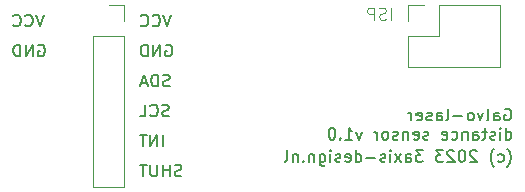
<source format=gbo>
%TF.GenerationSoftware,KiCad,Pcbnew,7.0.2-1.fc38*%
%TF.CreationDate,2023-06-01T20:35:21+02:00*%
%TF.ProjectId,laserhead-distance-sensor,6c617365-7268-4656-9164-2d6469737461,v1.0*%
%TF.SameCoordinates,Original*%
%TF.FileFunction,Legend,Bot*%
%TF.FilePolarity,Positive*%
%FSLAX46Y46*%
G04 Gerber Fmt 4.6, Leading zero omitted, Abs format (unit mm)*
G04 Created by KiCad (PCBNEW 7.0.2-1.fc38) date 2023-06-01 20:35:21*
%MOMM*%
%LPD*%
G01*
G04 APERTURE LIST*
%ADD10C,0.150000*%
%ADD11C,0.100000*%
%ADD12C,0.120000*%
%ADD13R,2.000000X2.000000*%
%ADD14C,2.000000*%
%ADD15C,3.200000*%
%ADD16O,0.700000X1.100000*%
%ADD17O,1.400000X0.700000*%
%ADD18R,1.700000X1.700000*%
%ADD19O,1.700000X1.700000*%
G04 APERTURE END LIST*
D10*
X216948214Y-125240238D02*
X217043452Y-125192619D01*
X217043452Y-125192619D02*
X217186309Y-125192619D01*
X217186309Y-125192619D02*
X217329166Y-125240238D01*
X217329166Y-125240238D02*
X217424404Y-125335476D01*
X217424404Y-125335476D02*
X217472023Y-125430714D01*
X217472023Y-125430714D02*
X217519642Y-125621190D01*
X217519642Y-125621190D02*
X217519642Y-125764047D01*
X217519642Y-125764047D02*
X217472023Y-125954523D01*
X217472023Y-125954523D02*
X217424404Y-126049761D01*
X217424404Y-126049761D02*
X217329166Y-126145000D01*
X217329166Y-126145000D02*
X217186309Y-126192619D01*
X217186309Y-126192619D02*
X217091071Y-126192619D01*
X217091071Y-126192619D02*
X216948214Y-126145000D01*
X216948214Y-126145000D02*
X216900595Y-126097380D01*
X216900595Y-126097380D02*
X216900595Y-125764047D01*
X216900595Y-125764047D02*
X217091071Y-125764047D01*
X216472023Y-126192619D02*
X216472023Y-125192619D01*
X216472023Y-125192619D02*
X215900595Y-126192619D01*
X215900595Y-126192619D02*
X215900595Y-125192619D01*
X215424404Y-126192619D02*
X215424404Y-125192619D01*
X215424404Y-125192619D02*
X215186309Y-125192619D01*
X215186309Y-125192619D02*
X215043452Y-125240238D01*
X215043452Y-125240238D02*
X214948214Y-125335476D01*
X214948214Y-125335476D02*
X214900595Y-125430714D01*
X214900595Y-125430714D02*
X214852976Y-125621190D01*
X214852976Y-125621190D02*
X214852976Y-125764047D01*
X214852976Y-125764047D02*
X214900595Y-125954523D01*
X214900595Y-125954523D02*
X214948214Y-126049761D01*
X214948214Y-126049761D02*
X215043452Y-126145000D01*
X215043452Y-126145000D02*
X215186309Y-126192619D01*
X215186309Y-126192619D02*
X215424404Y-126192619D01*
X218281547Y-136305000D02*
X218138690Y-136352619D01*
X218138690Y-136352619D02*
X217900595Y-136352619D01*
X217900595Y-136352619D02*
X217805357Y-136305000D01*
X217805357Y-136305000D02*
X217757738Y-136257380D01*
X217757738Y-136257380D02*
X217710119Y-136162142D01*
X217710119Y-136162142D02*
X217710119Y-136066904D01*
X217710119Y-136066904D02*
X217757738Y-135971666D01*
X217757738Y-135971666D02*
X217805357Y-135924047D01*
X217805357Y-135924047D02*
X217900595Y-135876428D01*
X217900595Y-135876428D02*
X218091071Y-135828809D01*
X218091071Y-135828809D02*
X218186309Y-135781190D01*
X218186309Y-135781190D02*
X218233928Y-135733571D01*
X218233928Y-135733571D02*
X218281547Y-135638333D01*
X218281547Y-135638333D02*
X218281547Y-135543095D01*
X218281547Y-135543095D02*
X218233928Y-135447857D01*
X218233928Y-135447857D02*
X218186309Y-135400238D01*
X218186309Y-135400238D02*
X218091071Y-135352619D01*
X218091071Y-135352619D02*
X217852976Y-135352619D01*
X217852976Y-135352619D02*
X217710119Y-135400238D01*
X217281547Y-136352619D02*
X217281547Y-135352619D01*
X217281547Y-135828809D02*
X216710119Y-135828809D01*
X216710119Y-136352619D02*
X216710119Y-135352619D01*
X216233928Y-135352619D02*
X216233928Y-136162142D01*
X216233928Y-136162142D02*
X216186309Y-136257380D01*
X216186309Y-136257380D02*
X216138690Y-136305000D01*
X216138690Y-136305000D02*
X216043452Y-136352619D01*
X216043452Y-136352619D02*
X215852976Y-136352619D01*
X215852976Y-136352619D02*
X215757738Y-136305000D01*
X215757738Y-136305000D02*
X215710119Y-136257380D01*
X215710119Y-136257380D02*
X215662500Y-136162142D01*
X215662500Y-136162142D02*
X215662500Y-135352619D01*
X215329166Y-135352619D02*
X214757738Y-135352619D01*
X215043452Y-136352619D02*
X215043452Y-135352619D01*
X245650595Y-130655238D02*
X245745833Y-130607619D01*
X245745833Y-130607619D02*
X245888690Y-130607619D01*
X245888690Y-130607619D02*
X246031547Y-130655238D01*
X246031547Y-130655238D02*
X246126785Y-130750476D01*
X246126785Y-130750476D02*
X246174404Y-130845714D01*
X246174404Y-130845714D02*
X246222023Y-131036190D01*
X246222023Y-131036190D02*
X246222023Y-131179047D01*
X246222023Y-131179047D02*
X246174404Y-131369523D01*
X246174404Y-131369523D02*
X246126785Y-131464761D01*
X246126785Y-131464761D02*
X246031547Y-131560000D01*
X246031547Y-131560000D02*
X245888690Y-131607619D01*
X245888690Y-131607619D02*
X245793452Y-131607619D01*
X245793452Y-131607619D02*
X245650595Y-131560000D01*
X245650595Y-131560000D02*
X245602976Y-131512380D01*
X245602976Y-131512380D02*
X245602976Y-131179047D01*
X245602976Y-131179047D02*
X245793452Y-131179047D01*
X244745833Y-131607619D02*
X244745833Y-131083809D01*
X244745833Y-131083809D02*
X244793452Y-130988571D01*
X244793452Y-130988571D02*
X244888690Y-130940952D01*
X244888690Y-130940952D02*
X245079166Y-130940952D01*
X245079166Y-130940952D02*
X245174404Y-130988571D01*
X244745833Y-131560000D02*
X244841071Y-131607619D01*
X244841071Y-131607619D02*
X245079166Y-131607619D01*
X245079166Y-131607619D02*
X245174404Y-131560000D01*
X245174404Y-131560000D02*
X245222023Y-131464761D01*
X245222023Y-131464761D02*
X245222023Y-131369523D01*
X245222023Y-131369523D02*
X245174404Y-131274285D01*
X245174404Y-131274285D02*
X245079166Y-131226666D01*
X245079166Y-131226666D02*
X244841071Y-131226666D01*
X244841071Y-131226666D02*
X244745833Y-131179047D01*
X244126785Y-131607619D02*
X244222023Y-131560000D01*
X244222023Y-131560000D02*
X244269642Y-131464761D01*
X244269642Y-131464761D02*
X244269642Y-130607619D01*
X243841070Y-130940952D02*
X243602975Y-131607619D01*
X243602975Y-131607619D02*
X243364880Y-130940952D01*
X242841070Y-131607619D02*
X242936308Y-131560000D01*
X242936308Y-131560000D02*
X242983927Y-131512380D01*
X242983927Y-131512380D02*
X243031546Y-131417142D01*
X243031546Y-131417142D02*
X243031546Y-131131428D01*
X243031546Y-131131428D02*
X242983927Y-131036190D01*
X242983927Y-131036190D02*
X242936308Y-130988571D01*
X242936308Y-130988571D02*
X242841070Y-130940952D01*
X242841070Y-130940952D02*
X242698213Y-130940952D01*
X242698213Y-130940952D02*
X242602975Y-130988571D01*
X242602975Y-130988571D02*
X242555356Y-131036190D01*
X242555356Y-131036190D02*
X242507737Y-131131428D01*
X242507737Y-131131428D02*
X242507737Y-131417142D01*
X242507737Y-131417142D02*
X242555356Y-131512380D01*
X242555356Y-131512380D02*
X242602975Y-131560000D01*
X242602975Y-131560000D02*
X242698213Y-131607619D01*
X242698213Y-131607619D02*
X242841070Y-131607619D01*
X242079165Y-131226666D02*
X241317261Y-131226666D01*
X240698213Y-131607619D02*
X240793451Y-131560000D01*
X240793451Y-131560000D02*
X240841070Y-131464761D01*
X240841070Y-131464761D02*
X240841070Y-130607619D01*
X239888689Y-131607619D02*
X239888689Y-131083809D01*
X239888689Y-131083809D02*
X239936308Y-130988571D01*
X239936308Y-130988571D02*
X240031546Y-130940952D01*
X240031546Y-130940952D02*
X240222022Y-130940952D01*
X240222022Y-130940952D02*
X240317260Y-130988571D01*
X239888689Y-131560000D02*
X239983927Y-131607619D01*
X239983927Y-131607619D02*
X240222022Y-131607619D01*
X240222022Y-131607619D02*
X240317260Y-131560000D01*
X240317260Y-131560000D02*
X240364879Y-131464761D01*
X240364879Y-131464761D02*
X240364879Y-131369523D01*
X240364879Y-131369523D02*
X240317260Y-131274285D01*
X240317260Y-131274285D02*
X240222022Y-131226666D01*
X240222022Y-131226666D02*
X239983927Y-131226666D01*
X239983927Y-131226666D02*
X239888689Y-131179047D01*
X239460117Y-131560000D02*
X239364879Y-131607619D01*
X239364879Y-131607619D02*
X239174403Y-131607619D01*
X239174403Y-131607619D02*
X239079165Y-131560000D01*
X239079165Y-131560000D02*
X239031546Y-131464761D01*
X239031546Y-131464761D02*
X239031546Y-131417142D01*
X239031546Y-131417142D02*
X239079165Y-131321904D01*
X239079165Y-131321904D02*
X239174403Y-131274285D01*
X239174403Y-131274285D02*
X239317260Y-131274285D01*
X239317260Y-131274285D02*
X239412498Y-131226666D01*
X239412498Y-131226666D02*
X239460117Y-131131428D01*
X239460117Y-131131428D02*
X239460117Y-131083809D01*
X239460117Y-131083809D02*
X239412498Y-130988571D01*
X239412498Y-130988571D02*
X239317260Y-130940952D01*
X239317260Y-130940952D02*
X239174403Y-130940952D01*
X239174403Y-130940952D02*
X239079165Y-130988571D01*
X238222022Y-131560000D02*
X238317260Y-131607619D01*
X238317260Y-131607619D02*
X238507736Y-131607619D01*
X238507736Y-131607619D02*
X238602974Y-131560000D01*
X238602974Y-131560000D02*
X238650593Y-131464761D01*
X238650593Y-131464761D02*
X238650593Y-131083809D01*
X238650593Y-131083809D02*
X238602974Y-130988571D01*
X238602974Y-130988571D02*
X238507736Y-130940952D01*
X238507736Y-130940952D02*
X238317260Y-130940952D01*
X238317260Y-130940952D02*
X238222022Y-130988571D01*
X238222022Y-130988571D02*
X238174403Y-131083809D01*
X238174403Y-131083809D02*
X238174403Y-131179047D01*
X238174403Y-131179047D02*
X238650593Y-131274285D01*
X237745831Y-131607619D02*
X237745831Y-130940952D01*
X237745831Y-131131428D02*
X237698212Y-131036190D01*
X237698212Y-131036190D02*
X237650593Y-130988571D01*
X237650593Y-130988571D02*
X237555355Y-130940952D01*
X237555355Y-130940952D02*
X237460117Y-130940952D01*
X245745833Y-133227619D02*
X245745833Y-132227619D01*
X245745833Y-133180000D02*
X245841071Y-133227619D01*
X245841071Y-133227619D02*
X246031547Y-133227619D01*
X246031547Y-133227619D02*
X246126785Y-133180000D01*
X246126785Y-133180000D02*
X246174404Y-133132380D01*
X246174404Y-133132380D02*
X246222023Y-133037142D01*
X246222023Y-133037142D02*
X246222023Y-132751428D01*
X246222023Y-132751428D02*
X246174404Y-132656190D01*
X246174404Y-132656190D02*
X246126785Y-132608571D01*
X246126785Y-132608571D02*
X246031547Y-132560952D01*
X246031547Y-132560952D02*
X245841071Y-132560952D01*
X245841071Y-132560952D02*
X245745833Y-132608571D01*
X245269642Y-133227619D02*
X245269642Y-132560952D01*
X245269642Y-132227619D02*
X245317261Y-132275238D01*
X245317261Y-132275238D02*
X245269642Y-132322857D01*
X245269642Y-132322857D02*
X245222023Y-132275238D01*
X245222023Y-132275238D02*
X245269642Y-132227619D01*
X245269642Y-132227619D02*
X245269642Y-132322857D01*
X244841071Y-133180000D02*
X244745833Y-133227619D01*
X244745833Y-133227619D02*
X244555357Y-133227619D01*
X244555357Y-133227619D02*
X244460119Y-133180000D01*
X244460119Y-133180000D02*
X244412500Y-133084761D01*
X244412500Y-133084761D02*
X244412500Y-133037142D01*
X244412500Y-133037142D02*
X244460119Y-132941904D01*
X244460119Y-132941904D02*
X244555357Y-132894285D01*
X244555357Y-132894285D02*
X244698214Y-132894285D01*
X244698214Y-132894285D02*
X244793452Y-132846666D01*
X244793452Y-132846666D02*
X244841071Y-132751428D01*
X244841071Y-132751428D02*
X244841071Y-132703809D01*
X244841071Y-132703809D02*
X244793452Y-132608571D01*
X244793452Y-132608571D02*
X244698214Y-132560952D01*
X244698214Y-132560952D02*
X244555357Y-132560952D01*
X244555357Y-132560952D02*
X244460119Y-132608571D01*
X244126785Y-132560952D02*
X243745833Y-132560952D01*
X243983928Y-132227619D02*
X243983928Y-133084761D01*
X243983928Y-133084761D02*
X243936309Y-133180000D01*
X243936309Y-133180000D02*
X243841071Y-133227619D01*
X243841071Y-133227619D02*
X243745833Y-133227619D01*
X242983928Y-133227619D02*
X242983928Y-132703809D01*
X242983928Y-132703809D02*
X243031547Y-132608571D01*
X243031547Y-132608571D02*
X243126785Y-132560952D01*
X243126785Y-132560952D02*
X243317261Y-132560952D01*
X243317261Y-132560952D02*
X243412499Y-132608571D01*
X242983928Y-133180000D02*
X243079166Y-133227619D01*
X243079166Y-133227619D02*
X243317261Y-133227619D01*
X243317261Y-133227619D02*
X243412499Y-133180000D01*
X243412499Y-133180000D02*
X243460118Y-133084761D01*
X243460118Y-133084761D02*
X243460118Y-132989523D01*
X243460118Y-132989523D02*
X243412499Y-132894285D01*
X243412499Y-132894285D02*
X243317261Y-132846666D01*
X243317261Y-132846666D02*
X243079166Y-132846666D01*
X243079166Y-132846666D02*
X242983928Y-132799047D01*
X242507737Y-132560952D02*
X242507737Y-133227619D01*
X242507737Y-132656190D02*
X242460118Y-132608571D01*
X242460118Y-132608571D02*
X242364880Y-132560952D01*
X242364880Y-132560952D02*
X242222023Y-132560952D01*
X242222023Y-132560952D02*
X242126785Y-132608571D01*
X242126785Y-132608571D02*
X242079166Y-132703809D01*
X242079166Y-132703809D02*
X242079166Y-133227619D01*
X241174404Y-133180000D02*
X241269642Y-133227619D01*
X241269642Y-133227619D02*
X241460118Y-133227619D01*
X241460118Y-133227619D02*
X241555356Y-133180000D01*
X241555356Y-133180000D02*
X241602975Y-133132380D01*
X241602975Y-133132380D02*
X241650594Y-133037142D01*
X241650594Y-133037142D02*
X241650594Y-132751428D01*
X241650594Y-132751428D02*
X241602975Y-132656190D01*
X241602975Y-132656190D02*
X241555356Y-132608571D01*
X241555356Y-132608571D02*
X241460118Y-132560952D01*
X241460118Y-132560952D02*
X241269642Y-132560952D01*
X241269642Y-132560952D02*
X241174404Y-132608571D01*
X240364880Y-133180000D02*
X240460118Y-133227619D01*
X240460118Y-133227619D02*
X240650594Y-133227619D01*
X240650594Y-133227619D02*
X240745832Y-133180000D01*
X240745832Y-133180000D02*
X240793451Y-133084761D01*
X240793451Y-133084761D02*
X240793451Y-132703809D01*
X240793451Y-132703809D02*
X240745832Y-132608571D01*
X240745832Y-132608571D02*
X240650594Y-132560952D01*
X240650594Y-132560952D02*
X240460118Y-132560952D01*
X240460118Y-132560952D02*
X240364880Y-132608571D01*
X240364880Y-132608571D02*
X240317261Y-132703809D01*
X240317261Y-132703809D02*
X240317261Y-132799047D01*
X240317261Y-132799047D02*
X240793451Y-132894285D01*
X239174403Y-133180000D02*
X239079165Y-133227619D01*
X239079165Y-133227619D02*
X238888689Y-133227619D01*
X238888689Y-133227619D02*
X238793451Y-133180000D01*
X238793451Y-133180000D02*
X238745832Y-133084761D01*
X238745832Y-133084761D02*
X238745832Y-133037142D01*
X238745832Y-133037142D02*
X238793451Y-132941904D01*
X238793451Y-132941904D02*
X238888689Y-132894285D01*
X238888689Y-132894285D02*
X239031546Y-132894285D01*
X239031546Y-132894285D02*
X239126784Y-132846666D01*
X239126784Y-132846666D02*
X239174403Y-132751428D01*
X239174403Y-132751428D02*
X239174403Y-132703809D01*
X239174403Y-132703809D02*
X239126784Y-132608571D01*
X239126784Y-132608571D02*
X239031546Y-132560952D01*
X239031546Y-132560952D02*
X238888689Y-132560952D01*
X238888689Y-132560952D02*
X238793451Y-132608571D01*
X237936308Y-133180000D02*
X238031546Y-133227619D01*
X238031546Y-133227619D02*
X238222022Y-133227619D01*
X238222022Y-133227619D02*
X238317260Y-133180000D01*
X238317260Y-133180000D02*
X238364879Y-133084761D01*
X238364879Y-133084761D02*
X238364879Y-132703809D01*
X238364879Y-132703809D02*
X238317260Y-132608571D01*
X238317260Y-132608571D02*
X238222022Y-132560952D01*
X238222022Y-132560952D02*
X238031546Y-132560952D01*
X238031546Y-132560952D02*
X237936308Y-132608571D01*
X237936308Y-132608571D02*
X237888689Y-132703809D01*
X237888689Y-132703809D02*
X237888689Y-132799047D01*
X237888689Y-132799047D02*
X238364879Y-132894285D01*
X237460117Y-132560952D02*
X237460117Y-133227619D01*
X237460117Y-132656190D02*
X237412498Y-132608571D01*
X237412498Y-132608571D02*
X237317260Y-132560952D01*
X237317260Y-132560952D02*
X237174403Y-132560952D01*
X237174403Y-132560952D02*
X237079165Y-132608571D01*
X237079165Y-132608571D02*
X237031546Y-132703809D01*
X237031546Y-132703809D02*
X237031546Y-133227619D01*
X236602974Y-133180000D02*
X236507736Y-133227619D01*
X236507736Y-133227619D02*
X236317260Y-133227619D01*
X236317260Y-133227619D02*
X236222022Y-133180000D01*
X236222022Y-133180000D02*
X236174403Y-133084761D01*
X236174403Y-133084761D02*
X236174403Y-133037142D01*
X236174403Y-133037142D02*
X236222022Y-132941904D01*
X236222022Y-132941904D02*
X236317260Y-132894285D01*
X236317260Y-132894285D02*
X236460117Y-132894285D01*
X236460117Y-132894285D02*
X236555355Y-132846666D01*
X236555355Y-132846666D02*
X236602974Y-132751428D01*
X236602974Y-132751428D02*
X236602974Y-132703809D01*
X236602974Y-132703809D02*
X236555355Y-132608571D01*
X236555355Y-132608571D02*
X236460117Y-132560952D01*
X236460117Y-132560952D02*
X236317260Y-132560952D01*
X236317260Y-132560952D02*
X236222022Y-132608571D01*
X235602974Y-133227619D02*
X235698212Y-133180000D01*
X235698212Y-133180000D02*
X235745831Y-133132380D01*
X235745831Y-133132380D02*
X235793450Y-133037142D01*
X235793450Y-133037142D02*
X235793450Y-132751428D01*
X235793450Y-132751428D02*
X235745831Y-132656190D01*
X235745831Y-132656190D02*
X235698212Y-132608571D01*
X235698212Y-132608571D02*
X235602974Y-132560952D01*
X235602974Y-132560952D02*
X235460117Y-132560952D01*
X235460117Y-132560952D02*
X235364879Y-132608571D01*
X235364879Y-132608571D02*
X235317260Y-132656190D01*
X235317260Y-132656190D02*
X235269641Y-132751428D01*
X235269641Y-132751428D02*
X235269641Y-133037142D01*
X235269641Y-133037142D02*
X235317260Y-133132380D01*
X235317260Y-133132380D02*
X235364879Y-133180000D01*
X235364879Y-133180000D02*
X235460117Y-133227619D01*
X235460117Y-133227619D02*
X235602974Y-133227619D01*
X234841069Y-133227619D02*
X234841069Y-132560952D01*
X234841069Y-132751428D02*
X234793450Y-132656190D01*
X234793450Y-132656190D02*
X234745831Y-132608571D01*
X234745831Y-132608571D02*
X234650593Y-132560952D01*
X234650593Y-132560952D02*
X234555355Y-132560952D01*
X233555354Y-132560952D02*
X233317259Y-133227619D01*
X233317259Y-133227619D02*
X233079164Y-132560952D01*
X232174402Y-133227619D02*
X232745830Y-133227619D01*
X232460116Y-133227619D02*
X232460116Y-132227619D01*
X232460116Y-132227619D02*
X232555354Y-132370476D01*
X232555354Y-132370476D02*
X232650592Y-132465714D01*
X232650592Y-132465714D02*
X232745830Y-132513333D01*
X231745830Y-133132380D02*
X231698211Y-133180000D01*
X231698211Y-133180000D02*
X231745830Y-133227619D01*
X231745830Y-133227619D02*
X231793449Y-133180000D01*
X231793449Y-133180000D02*
X231745830Y-133132380D01*
X231745830Y-133132380D02*
X231745830Y-133227619D01*
X231079164Y-132227619D02*
X230983926Y-132227619D01*
X230983926Y-132227619D02*
X230888688Y-132275238D01*
X230888688Y-132275238D02*
X230841069Y-132322857D01*
X230841069Y-132322857D02*
X230793450Y-132418095D01*
X230793450Y-132418095D02*
X230745831Y-132608571D01*
X230745831Y-132608571D02*
X230745831Y-132846666D01*
X230745831Y-132846666D02*
X230793450Y-133037142D01*
X230793450Y-133037142D02*
X230841069Y-133132380D01*
X230841069Y-133132380D02*
X230888688Y-133180000D01*
X230888688Y-133180000D02*
X230983926Y-133227619D01*
X230983926Y-133227619D02*
X231079164Y-133227619D01*
X231079164Y-133227619D02*
X231174402Y-133180000D01*
X231174402Y-133180000D02*
X231222021Y-133132380D01*
X231222021Y-133132380D02*
X231269640Y-133037142D01*
X231269640Y-133037142D02*
X231317259Y-132846666D01*
X231317259Y-132846666D02*
X231317259Y-132608571D01*
X231317259Y-132608571D02*
X231269640Y-132418095D01*
X231269640Y-132418095D02*
X231222021Y-132322857D01*
X231222021Y-132322857D02*
X231174402Y-132275238D01*
X231174402Y-132275238D02*
X231079164Y-132227619D01*
X217424404Y-122652619D02*
X217091071Y-123652619D01*
X217091071Y-123652619D02*
X216757738Y-122652619D01*
X215852976Y-123557380D02*
X215900595Y-123605000D01*
X215900595Y-123605000D02*
X216043452Y-123652619D01*
X216043452Y-123652619D02*
X216138690Y-123652619D01*
X216138690Y-123652619D02*
X216281547Y-123605000D01*
X216281547Y-123605000D02*
X216376785Y-123509761D01*
X216376785Y-123509761D02*
X216424404Y-123414523D01*
X216424404Y-123414523D02*
X216472023Y-123224047D01*
X216472023Y-123224047D02*
X216472023Y-123081190D01*
X216472023Y-123081190D02*
X216424404Y-122890714D01*
X216424404Y-122890714D02*
X216376785Y-122795476D01*
X216376785Y-122795476D02*
X216281547Y-122700238D01*
X216281547Y-122700238D02*
X216138690Y-122652619D01*
X216138690Y-122652619D02*
X216043452Y-122652619D01*
X216043452Y-122652619D02*
X215900595Y-122700238D01*
X215900595Y-122700238D02*
X215852976Y-122747857D01*
X214852976Y-123557380D02*
X214900595Y-123605000D01*
X214900595Y-123605000D02*
X215043452Y-123652619D01*
X215043452Y-123652619D02*
X215138690Y-123652619D01*
X215138690Y-123652619D02*
X215281547Y-123605000D01*
X215281547Y-123605000D02*
X215376785Y-123509761D01*
X215376785Y-123509761D02*
X215424404Y-123414523D01*
X215424404Y-123414523D02*
X215472023Y-123224047D01*
X215472023Y-123224047D02*
X215472023Y-123081190D01*
X215472023Y-123081190D02*
X215424404Y-122890714D01*
X215424404Y-122890714D02*
X215376785Y-122795476D01*
X215376785Y-122795476D02*
X215281547Y-122700238D01*
X215281547Y-122700238D02*
X215138690Y-122652619D01*
X215138690Y-122652619D02*
X215043452Y-122652619D01*
X215043452Y-122652619D02*
X214900595Y-122700238D01*
X214900595Y-122700238D02*
X214852976Y-122747857D01*
X217281547Y-128685000D02*
X217138690Y-128732619D01*
X217138690Y-128732619D02*
X216900595Y-128732619D01*
X216900595Y-128732619D02*
X216805357Y-128685000D01*
X216805357Y-128685000D02*
X216757738Y-128637380D01*
X216757738Y-128637380D02*
X216710119Y-128542142D01*
X216710119Y-128542142D02*
X216710119Y-128446904D01*
X216710119Y-128446904D02*
X216757738Y-128351666D01*
X216757738Y-128351666D02*
X216805357Y-128304047D01*
X216805357Y-128304047D02*
X216900595Y-128256428D01*
X216900595Y-128256428D02*
X217091071Y-128208809D01*
X217091071Y-128208809D02*
X217186309Y-128161190D01*
X217186309Y-128161190D02*
X217233928Y-128113571D01*
X217233928Y-128113571D02*
X217281547Y-128018333D01*
X217281547Y-128018333D02*
X217281547Y-127923095D01*
X217281547Y-127923095D02*
X217233928Y-127827857D01*
X217233928Y-127827857D02*
X217186309Y-127780238D01*
X217186309Y-127780238D02*
X217091071Y-127732619D01*
X217091071Y-127732619D02*
X216852976Y-127732619D01*
X216852976Y-127732619D02*
X216710119Y-127780238D01*
X216281547Y-128732619D02*
X216281547Y-127732619D01*
X216281547Y-127732619D02*
X216043452Y-127732619D01*
X216043452Y-127732619D02*
X215900595Y-127780238D01*
X215900595Y-127780238D02*
X215805357Y-127875476D01*
X215805357Y-127875476D02*
X215757738Y-127970714D01*
X215757738Y-127970714D02*
X215710119Y-128161190D01*
X215710119Y-128161190D02*
X215710119Y-128304047D01*
X215710119Y-128304047D02*
X215757738Y-128494523D01*
X215757738Y-128494523D02*
X215805357Y-128589761D01*
X215805357Y-128589761D02*
X215900595Y-128685000D01*
X215900595Y-128685000D02*
X216043452Y-128732619D01*
X216043452Y-128732619D02*
X216281547Y-128732619D01*
X215329166Y-128446904D02*
X214852976Y-128446904D01*
X215424404Y-128732619D02*
X215091071Y-127732619D01*
X215091071Y-127732619D02*
X214757738Y-128732619D01*
X245888690Y-135513571D02*
X245936309Y-135465952D01*
X245936309Y-135465952D02*
X246031547Y-135323095D01*
X246031547Y-135323095D02*
X246079166Y-135227857D01*
X246079166Y-135227857D02*
X246126785Y-135085000D01*
X246126785Y-135085000D02*
X246174404Y-134846904D01*
X246174404Y-134846904D02*
X246174404Y-134656428D01*
X246174404Y-134656428D02*
X246126785Y-134418333D01*
X246126785Y-134418333D02*
X246079166Y-134275476D01*
X246079166Y-134275476D02*
X246031547Y-134180238D01*
X246031547Y-134180238D02*
X245936309Y-134037380D01*
X245936309Y-134037380D02*
X245888690Y-133989761D01*
X245079166Y-135085000D02*
X245174404Y-135132619D01*
X245174404Y-135132619D02*
X245364880Y-135132619D01*
X245364880Y-135132619D02*
X245460118Y-135085000D01*
X245460118Y-135085000D02*
X245507737Y-135037380D01*
X245507737Y-135037380D02*
X245555356Y-134942142D01*
X245555356Y-134942142D02*
X245555356Y-134656428D01*
X245555356Y-134656428D02*
X245507737Y-134561190D01*
X245507737Y-134561190D02*
X245460118Y-134513571D01*
X245460118Y-134513571D02*
X245364880Y-134465952D01*
X245364880Y-134465952D02*
X245174404Y-134465952D01*
X245174404Y-134465952D02*
X245079166Y-134513571D01*
X244745832Y-135513571D02*
X244698213Y-135465952D01*
X244698213Y-135465952D02*
X244602975Y-135323095D01*
X244602975Y-135323095D02*
X244555356Y-135227857D01*
X244555356Y-135227857D02*
X244507737Y-135085000D01*
X244507737Y-135085000D02*
X244460118Y-134846904D01*
X244460118Y-134846904D02*
X244460118Y-134656428D01*
X244460118Y-134656428D02*
X244507737Y-134418333D01*
X244507737Y-134418333D02*
X244555356Y-134275476D01*
X244555356Y-134275476D02*
X244602975Y-134180238D01*
X244602975Y-134180238D02*
X244698213Y-134037380D01*
X244698213Y-134037380D02*
X244745832Y-133989761D01*
X243269641Y-134227857D02*
X243222022Y-134180238D01*
X243222022Y-134180238D02*
X243126784Y-134132619D01*
X243126784Y-134132619D02*
X242888689Y-134132619D01*
X242888689Y-134132619D02*
X242793451Y-134180238D01*
X242793451Y-134180238D02*
X242745832Y-134227857D01*
X242745832Y-134227857D02*
X242698213Y-134323095D01*
X242698213Y-134323095D02*
X242698213Y-134418333D01*
X242698213Y-134418333D02*
X242745832Y-134561190D01*
X242745832Y-134561190D02*
X243317260Y-135132619D01*
X243317260Y-135132619D02*
X242698213Y-135132619D01*
X242079165Y-134132619D02*
X241983927Y-134132619D01*
X241983927Y-134132619D02*
X241888689Y-134180238D01*
X241888689Y-134180238D02*
X241841070Y-134227857D01*
X241841070Y-134227857D02*
X241793451Y-134323095D01*
X241793451Y-134323095D02*
X241745832Y-134513571D01*
X241745832Y-134513571D02*
X241745832Y-134751666D01*
X241745832Y-134751666D02*
X241793451Y-134942142D01*
X241793451Y-134942142D02*
X241841070Y-135037380D01*
X241841070Y-135037380D02*
X241888689Y-135085000D01*
X241888689Y-135085000D02*
X241983927Y-135132619D01*
X241983927Y-135132619D02*
X242079165Y-135132619D01*
X242079165Y-135132619D02*
X242174403Y-135085000D01*
X242174403Y-135085000D02*
X242222022Y-135037380D01*
X242222022Y-135037380D02*
X242269641Y-134942142D01*
X242269641Y-134942142D02*
X242317260Y-134751666D01*
X242317260Y-134751666D02*
X242317260Y-134513571D01*
X242317260Y-134513571D02*
X242269641Y-134323095D01*
X242269641Y-134323095D02*
X242222022Y-134227857D01*
X242222022Y-134227857D02*
X242174403Y-134180238D01*
X242174403Y-134180238D02*
X242079165Y-134132619D01*
X241364879Y-134227857D02*
X241317260Y-134180238D01*
X241317260Y-134180238D02*
X241222022Y-134132619D01*
X241222022Y-134132619D02*
X240983927Y-134132619D01*
X240983927Y-134132619D02*
X240888689Y-134180238D01*
X240888689Y-134180238D02*
X240841070Y-134227857D01*
X240841070Y-134227857D02*
X240793451Y-134323095D01*
X240793451Y-134323095D02*
X240793451Y-134418333D01*
X240793451Y-134418333D02*
X240841070Y-134561190D01*
X240841070Y-134561190D02*
X241412498Y-135132619D01*
X241412498Y-135132619D02*
X240793451Y-135132619D01*
X240460117Y-134132619D02*
X239841070Y-134132619D01*
X239841070Y-134132619D02*
X240174403Y-134513571D01*
X240174403Y-134513571D02*
X240031546Y-134513571D01*
X240031546Y-134513571D02*
X239936308Y-134561190D01*
X239936308Y-134561190D02*
X239888689Y-134608809D01*
X239888689Y-134608809D02*
X239841070Y-134704047D01*
X239841070Y-134704047D02*
X239841070Y-134942142D01*
X239841070Y-134942142D02*
X239888689Y-135037380D01*
X239888689Y-135037380D02*
X239936308Y-135085000D01*
X239936308Y-135085000D02*
X240031546Y-135132619D01*
X240031546Y-135132619D02*
X240317260Y-135132619D01*
X240317260Y-135132619D02*
X240412498Y-135085000D01*
X240412498Y-135085000D02*
X240460117Y-135037380D01*
X238745831Y-134132619D02*
X238126784Y-134132619D01*
X238126784Y-134132619D02*
X238460117Y-134513571D01*
X238460117Y-134513571D02*
X238317260Y-134513571D01*
X238317260Y-134513571D02*
X238222022Y-134561190D01*
X238222022Y-134561190D02*
X238174403Y-134608809D01*
X238174403Y-134608809D02*
X238126784Y-134704047D01*
X238126784Y-134704047D02*
X238126784Y-134942142D01*
X238126784Y-134942142D02*
X238174403Y-135037380D01*
X238174403Y-135037380D02*
X238222022Y-135085000D01*
X238222022Y-135085000D02*
X238317260Y-135132619D01*
X238317260Y-135132619D02*
X238602974Y-135132619D01*
X238602974Y-135132619D02*
X238698212Y-135085000D01*
X238698212Y-135085000D02*
X238745831Y-135037380D01*
X237269641Y-135132619D02*
X237269641Y-134608809D01*
X237269641Y-134608809D02*
X237317260Y-134513571D01*
X237317260Y-134513571D02*
X237412498Y-134465952D01*
X237412498Y-134465952D02*
X237602974Y-134465952D01*
X237602974Y-134465952D02*
X237698212Y-134513571D01*
X237269641Y-135085000D02*
X237364879Y-135132619D01*
X237364879Y-135132619D02*
X237602974Y-135132619D01*
X237602974Y-135132619D02*
X237698212Y-135085000D01*
X237698212Y-135085000D02*
X237745831Y-134989761D01*
X237745831Y-134989761D02*
X237745831Y-134894523D01*
X237745831Y-134894523D02*
X237698212Y-134799285D01*
X237698212Y-134799285D02*
X237602974Y-134751666D01*
X237602974Y-134751666D02*
X237364879Y-134751666D01*
X237364879Y-134751666D02*
X237269641Y-134704047D01*
X236888688Y-135132619D02*
X236364879Y-134465952D01*
X236888688Y-134465952D02*
X236364879Y-135132619D01*
X235983926Y-135132619D02*
X235983926Y-134465952D01*
X235983926Y-134132619D02*
X236031545Y-134180238D01*
X236031545Y-134180238D02*
X235983926Y-134227857D01*
X235983926Y-134227857D02*
X235936307Y-134180238D01*
X235936307Y-134180238D02*
X235983926Y-134132619D01*
X235983926Y-134132619D02*
X235983926Y-134227857D01*
X235555355Y-135085000D02*
X235460117Y-135132619D01*
X235460117Y-135132619D02*
X235269641Y-135132619D01*
X235269641Y-135132619D02*
X235174403Y-135085000D01*
X235174403Y-135085000D02*
X235126784Y-134989761D01*
X235126784Y-134989761D02*
X235126784Y-134942142D01*
X235126784Y-134942142D02*
X235174403Y-134846904D01*
X235174403Y-134846904D02*
X235269641Y-134799285D01*
X235269641Y-134799285D02*
X235412498Y-134799285D01*
X235412498Y-134799285D02*
X235507736Y-134751666D01*
X235507736Y-134751666D02*
X235555355Y-134656428D01*
X235555355Y-134656428D02*
X235555355Y-134608809D01*
X235555355Y-134608809D02*
X235507736Y-134513571D01*
X235507736Y-134513571D02*
X235412498Y-134465952D01*
X235412498Y-134465952D02*
X235269641Y-134465952D01*
X235269641Y-134465952D02*
X235174403Y-134513571D01*
X234698212Y-134751666D02*
X233936308Y-134751666D01*
X233031546Y-135132619D02*
X233031546Y-134132619D01*
X233031546Y-135085000D02*
X233126784Y-135132619D01*
X233126784Y-135132619D02*
X233317260Y-135132619D01*
X233317260Y-135132619D02*
X233412498Y-135085000D01*
X233412498Y-135085000D02*
X233460117Y-135037380D01*
X233460117Y-135037380D02*
X233507736Y-134942142D01*
X233507736Y-134942142D02*
X233507736Y-134656428D01*
X233507736Y-134656428D02*
X233460117Y-134561190D01*
X233460117Y-134561190D02*
X233412498Y-134513571D01*
X233412498Y-134513571D02*
X233317260Y-134465952D01*
X233317260Y-134465952D02*
X233126784Y-134465952D01*
X233126784Y-134465952D02*
X233031546Y-134513571D01*
X232174403Y-135085000D02*
X232269641Y-135132619D01*
X232269641Y-135132619D02*
X232460117Y-135132619D01*
X232460117Y-135132619D02*
X232555355Y-135085000D01*
X232555355Y-135085000D02*
X232602974Y-134989761D01*
X232602974Y-134989761D02*
X232602974Y-134608809D01*
X232602974Y-134608809D02*
X232555355Y-134513571D01*
X232555355Y-134513571D02*
X232460117Y-134465952D01*
X232460117Y-134465952D02*
X232269641Y-134465952D01*
X232269641Y-134465952D02*
X232174403Y-134513571D01*
X232174403Y-134513571D02*
X232126784Y-134608809D01*
X232126784Y-134608809D02*
X232126784Y-134704047D01*
X232126784Y-134704047D02*
X232602974Y-134799285D01*
X231745831Y-135085000D02*
X231650593Y-135132619D01*
X231650593Y-135132619D02*
X231460117Y-135132619D01*
X231460117Y-135132619D02*
X231364879Y-135085000D01*
X231364879Y-135085000D02*
X231317260Y-134989761D01*
X231317260Y-134989761D02*
X231317260Y-134942142D01*
X231317260Y-134942142D02*
X231364879Y-134846904D01*
X231364879Y-134846904D02*
X231460117Y-134799285D01*
X231460117Y-134799285D02*
X231602974Y-134799285D01*
X231602974Y-134799285D02*
X231698212Y-134751666D01*
X231698212Y-134751666D02*
X231745831Y-134656428D01*
X231745831Y-134656428D02*
X231745831Y-134608809D01*
X231745831Y-134608809D02*
X231698212Y-134513571D01*
X231698212Y-134513571D02*
X231602974Y-134465952D01*
X231602974Y-134465952D02*
X231460117Y-134465952D01*
X231460117Y-134465952D02*
X231364879Y-134513571D01*
X230888688Y-135132619D02*
X230888688Y-134465952D01*
X230888688Y-134132619D02*
X230936307Y-134180238D01*
X230936307Y-134180238D02*
X230888688Y-134227857D01*
X230888688Y-134227857D02*
X230841069Y-134180238D01*
X230841069Y-134180238D02*
X230888688Y-134132619D01*
X230888688Y-134132619D02*
X230888688Y-134227857D01*
X229983927Y-134465952D02*
X229983927Y-135275476D01*
X229983927Y-135275476D02*
X230031546Y-135370714D01*
X230031546Y-135370714D02*
X230079165Y-135418333D01*
X230079165Y-135418333D02*
X230174403Y-135465952D01*
X230174403Y-135465952D02*
X230317260Y-135465952D01*
X230317260Y-135465952D02*
X230412498Y-135418333D01*
X229983927Y-135085000D02*
X230079165Y-135132619D01*
X230079165Y-135132619D02*
X230269641Y-135132619D01*
X230269641Y-135132619D02*
X230364879Y-135085000D01*
X230364879Y-135085000D02*
X230412498Y-135037380D01*
X230412498Y-135037380D02*
X230460117Y-134942142D01*
X230460117Y-134942142D02*
X230460117Y-134656428D01*
X230460117Y-134656428D02*
X230412498Y-134561190D01*
X230412498Y-134561190D02*
X230364879Y-134513571D01*
X230364879Y-134513571D02*
X230269641Y-134465952D01*
X230269641Y-134465952D02*
X230079165Y-134465952D01*
X230079165Y-134465952D02*
X229983927Y-134513571D01*
X229507736Y-134465952D02*
X229507736Y-135132619D01*
X229507736Y-134561190D02*
X229460117Y-134513571D01*
X229460117Y-134513571D02*
X229364879Y-134465952D01*
X229364879Y-134465952D02*
X229222022Y-134465952D01*
X229222022Y-134465952D02*
X229126784Y-134513571D01*
X229126784Y-134513571D02*
X229079165Y-134608809D01*
X229079165Y-134608809D02*
X229079165Y-135132619D01*
X228602974Y-135037380D02*
X228555355Y-135085000D01*
X228555355Y-135085000D02*
X228602974Y-135132619D01*
X228602974Y-135132619D02*
X228650593Y-135085000D01*
X228650593Y-135085000D02*
X228602974Y-135037380D01*
X228602974Y-135037380D02*
X228602974Y-135132619D01*
X228126784Y-134465952D02*
X228126784Y-135132619D01*
X228126784Y-134561190D02*
X228079165Y-134513571D01*
X228079165Y-134513571D02*
X227983927Y-134465952D01*
X227983927Y-134465952D02*
X227841070Y-134465952D01*
X227841070Y-134465952D02*
X227745832Y-134513571D01*
X227745832Y-134513571D02*
X227698213Y-134608809D01*
X227698213Y-134608809D02*
X227698213Y-135132619D01*
X227079165Y-135132619D02*
X227174403Y-135085000D01*
X227174403Y-135085000D02*
X227222022Y-134989761D01*
X227222022Y-134989761D02*
X227222022Y-134132619D01*
X217233928Y-131225000D02*
X217091071Y-131272619D01*
X217091071Y-131272619D02*
X216852976Y-131272619D01*
X216852976Y-131272619D02*
X216757738Y-131225000D01*
X216757738Y-131225000D02*
X216710119Y-131177380D01*
X216710119Y-131177380D02*
X216662500Y-131082142D01*
X216662500Y-131082142D02*
X216662500Y-130986904D01*
X216662500Y-130986904D02*
X216710119Y-130891666D01*
X216710119Y-130891666D02*
X216757738Y-130844047D01*
X216757738Y-130844047D02*
X216852976Y-130796428D01*
X216852976Y-130796428D02*
X217043452Y-130748809D01*
X217043452Y-130748809D02*
X217138690Y-130701190D01*
X217138690Y-130701190D02*
X217186309Y-130653571D01*
X217186309Y-130653571D02*
X217233928Y-130558333D01*
X217233928Y-130558333D02*
X217233928Y-130463095D01*
X217233928Y-130463095D02*
X217186309Y-130367857D01*
X217186309Y-130367857D02*
X217138690Y-130320238D01*
X217138690Y-130320238D02*
X217043452Y-130272619D01*
X217043452Y-130272619D02*
X216805357Y-130272619D01*
X216805357Y-130272619D02*
X216662500Y-130320238D01*
X215662500Y-131177380D02*
X215710119Y-131225000D01*
X215710119Y-131225000D02*
X215852976Y-131272619D01*
X215852976Y-131272619D02*
X215948214Y-131272619D01*
X215948214Y-131272619D02*
X216091071Y-131225000D01*
X216091071Y-131225000D02*
X216186309Y-131129761D01*
X216186309Y-131129761D02*
X216233928Y-131034523D01*
X216233928Y-131034523D02*
X216281547Y-130844047D01*
X216281547Y-130844047D02*
X216281547Y-130701190D01*
X216281547Y-130701190D02*
X216233928Y-130510714D01*
X216233928Y-130510714D02*
X216186309Y-130415476D01*
X216186309Y-130415476D02*
X216091071Y-130320238D01*
X216091071Y-130320238D02*
X215948214Y-130272619D01*
X215948214Y-130272619D02*
X215852976Y-130272619D01*
X215852976Y-130272619D02*
X215710119Y-130320238D01*
X215710119Y-130320238D02*
X215662500Y-130367857D01*
X214757738Y-131272619D02*
X215233928Y-131272619D01*
X215233928Y-131272619D02*
X215233928Y-130272619D01*
D11*
X236014404Y-123067619D02*
X236014404Y-122067619D01*
X235585833Y-123020000D02*
X235442976Y-123067619D01*
X235442976Y-123067619D02*
X235204881Y-123067619D01*
X235204881Y-123067619D02*
X235109643Y-123020000D01*
X235109643Y-123020000D02*
X235062024Y-122972380D01*
X235062024Y-122972380D02*
X235014405Y-122877142D01*
X235014405Y-122877142D02*
X235014405Y-122781904D01*
X235014405Y-122781904D02*
X235062024Y-122686666D01*
X235062024Y-122686666D02*
X235109643Y-122639047D01*
X235109643Y-122639047D02*
X235204881Y-122591428D01*
X235204881Y-122591428D02*
X235395357Y-122543809D01*
X235395357Y-122543809D02*
X235490595Y-122496190D01*
X235490595Y-122496190D02*
X235538214Y-122448571D01*
X235538214Y-122448571D02*
X235585833Y-122353333D01*
X235585833Y-122353333D02*
X235585833Y-122258095D01*
X235585833Y-122258095D02*
X235538214Y-122162857D01*
X235538214Y-122162857D02*
X235490595Y-122115238D01*
X235490595Y-122115238D02*
X235395357Y-122067619D01*
X235395357Y-122067619D02*
X235157262Y-122067619D01*
X235157262Y-122067619D02*
X235014405Y-122115238D01*
X234585833Y-123067619D02*
X234585833Y-122067619D01*
X234585833Y-122067619D02*
X234204881Y-122067619D01*
X234204881Y-122067619D02*
X234109643Y-122115238D01*
X234109643Y-122115238D02*
X234062024Y-122162857D01*
X234062024Y-122162857D02*
X234014405Y-122258095D01*
X234014405Y-122258095D02*
X234014405Y-122400952D01*
X234014405Y-122400952D02*
X234062024Y-122496190D01*
X234062024Y-122496190D02*
X234109643Y-122543809D01*
X234109643Y-122543809D02*
X234204881Y-122591428D01*
X234204881Y-122591428D02*
X234585833Y-122591428D01*
D10*
X206153214Y-125240238D02*
X206248452Y-125192619D01*
X206248452Y-125192619D02*
X206391309Y-125192619D01*
X206391309Y-125192619D02*
X206534166Y-125240238D01*
X206534166Y-125240238D02*
X206629404Y-125335476D01*
X206629404Y-125335476D02*
X206677023Y-125430714D01*
X206677023Y-125430714D02*
X206724642Y-125621190D01*
X206724642Y-125621190D02*
X206724642Y-125764047D01*
X206724642Y-125764047D02*
X206677023Y-125954523D01*
X206677023Y-125954523D02*
X206629404Y-126049761D01*
X206629404Y-126049761D02*
X206534166Y-126145000D01*
X206534166Y-126145000D02*
X206391309Y-126192619D01*
X206391309Y-126192619D02*
X206296071Y-126192619D01*
X206296071Y-126192619D02*
X206153214Y-126145000D01*
X206153214Y-126145000D02*
X206105595Y-126097380D01*
X206105595Y-126097380D02*
X206105595Y-125764047D01*
X206105595Y-125764047D02*
X206296071Y-125764047D01*
X205677023Y-126192619D02*
X205677023Y-125192619D01*
X205677023Y-125192619D02*
X205105595Y-126192619D01*
X205105595Y-126192619D02*
X205105595Y-125192619D01*
X204629404Y-126192619D02*
X204629404Y-125192619D01*
X204629404Y-125192619D02*
X204391309Y-125192619D01*
X204391309Y-125192619D02*
X204248452Y-125240238D01*
X204248452Y-125240238D02*
X204153214Y-125335476D01*
X204153214Y-125335476D02*
X204105595Y-125430714D01*
X204105595Y-125430714D02*
X204057976Y-125621190D01*
X204057976Y-125621190D02*
X204057976Y-125764047D01*
X204057976Y-125764047D02*
X204105595Y-125954523D01*
X204105595Y-125954523D02*
X204153214Y-126049761D01*
X204153214Y-126049761D02*
X204248452Y-126145000D01*
X204248452Y-126145000D02*
X204391309Y-126192619D01*
X204391309Y-126192619D02*
X204629404Y-126192619D01*
X206629404Y-122652619D02*
X206296071Y-123652619D01*
X206296071Y-123652619D02*
X205962738Y-122652619D01*
X205057976Y-123557380D02*
X205105595Y-123605000D01*
X205105595Y-123605000D02*
X205248452Y-123652619D01*
X205248452Y-123652619D02*
X205343690Y-123652619D01*
X205343690Y-123652619D02*
X205486547Y-123605000D01*
X205486547Y-123605000D02*
X205581785Y-123509761D01*
X205581785Y-123509761D02*
X205629404Y-123414523D01*
X205629404Y-123414523D02*
X205677023Y-123224047D01*
X205677023Y-123224047D02*
X205677023Y-123081190D01*
X205677023Y-123081190D02*
X205629404Y-122890714D01*
X205629404Y-122890714D02*
X205581785Y-122795476D01*
X205581785Y-122795476D02*
X205486547Y-122700238D01*
X205486547Y-122700238D02*
X205343690Y-122652619D01*
X205343690Y-122652619D02*
X205248452Y-122652619D01*
X205248452Y-122652619D02*
X205105595Y-122700238D01*
X205105595Y-122700238D02*
X205057976Y-122747857D01*
X204057976Y-123557380D02*
X204105595Y-123605000D01*
X204105595Y-123605000D02*
X204248452Y-123652619D01*
X204248452Y-123652619D02*
X204343690Y-123652619D01*
X204343690Y-123652619D02*
X204486547Y-123605000D01*
X204486547Y-123605000D02*
X204581785Y-123509761D01*
X204581785Y-123509761D02*
X204629404Y-123414523D01*
X204629404Y-123414523D02*
X204677023Y-123224047D01*
X204677023Y-123224047D02*
X204677023Y-123081190D01*
X204677023Y-123081190D02*
X204629404Y-122890714D01*
X204629404Y-122890714D02*
X204581785Y-122795476D01*
X204581785Y-122795476D02*
X204486547Y-122700238D01*
X204486547Y-122700238D02*
X204343690Y-122652619D01*
X204343690Y-122652619D02*
X204248452Y-122652619D01*
X204248452Y-122652619D02*
X204105595Y-122700238D01*
X204105595Y-122700238D02*
X204057976Y-122747857D01*
X216710118Y-133812619D02*
X216710118Y-132812619D01*
X216233928Y-133812619D02*
X216233928Y-132812619D01*
X216233928Y-132812619D02*
X215662500Y-133812619D01*
X215662500Y-133812619D02*
X215662500Y-132812619D01*
X215329166Y-132812619D02*
X214757738Y-132812619D01*
X215043452Y-133812619D02*
X215043452Y-132812619D01*
D12*
%TO.C,J3*%
X213452500Y-137220000D02*
X210792500Y-137220000D01*
X213452500Y-124460000D02*
X213452500Y-137220000D01*
X213452500Y-124460000D02*
X210792500Y-124460000D01*
X213452500Y-123190000D02*
X213452500Y-121860000D01*
X213452500Y-121860000D02*
X212122500Y-121860000D01*
X210792500Y-124460000D02*
X210792500Y-137220000D01*
%TO.C,J4*%
X245217500Y-121855000D02*
X245217500Y-127055000D01*
X240077500Y-121855000D02*
X245217500Y-121855000D01*
X240077500Y-121855000D02*
X240077500Y-124455000D01*
X238807500Y-121855000D02*
X237477500Y-121855000D01*
X237477500Y-121855000D02*
X237477500Y-123185000D01*
X240077500Y-124455000D02*
X237477500Y-124455000D01*
X237477500Y-124455000D02*
X237477500Y-127055000D01*
X237477500Y-127055000D02*
X245217500Y-127055000D01*
%TD*%
%LPC*%
D13*
%TO.C,SW1*%
X249068500Y-129580000D03*
D14*
X249068500Y-134580000D03*
X249068500Y-132080000D03*
D15*
X256568500Y-126480000D03*
X256568500Y-137680000D03*
D14*
X263568500Y-134580000D03*
X263568500Y-129580000D03*
%TD*%
D16*
%TO.C,J2*%
X201930000Y-127690000D03*
X201930000Y-131390000D03*
D17*
X197980000Y-134040000D03*
X197980000Y-125040000D03*
%TD*%
D18*
%TO.C,J5*%
X208312500Y-123185000D03*
D19*
X208312500Y-125725000D03*
%TD*%
D18*
%TO.C,J1*%
X208312500Y-128270000D03*
D19*
X208312500Y-130810000D03*
X208312500Y-133350000D03*
X208312500Y-135890000D03*
%TD*%
D18*
%TO.C,J3*%
X212122500Y-123190000D03*
D19*
X212122500Y-125730000D03*
X212122500Y-128270000D03*
X212122500Y-130810000D03*
X212122500Y-133350000D03*
X212122500Y-135890000D03*
%TD*%
D18*
%TO.C,J4*%
X238807500Y-123185000D03*
D19*
X238807500Y-125725000D03*
X241347500Y-123185000D03*
X241347500Y-125725000D03*
X243887500Y-123185000D03*
X243887500Y-125725000D03*
%TD*%
%LPD*%
M02*

</source>
